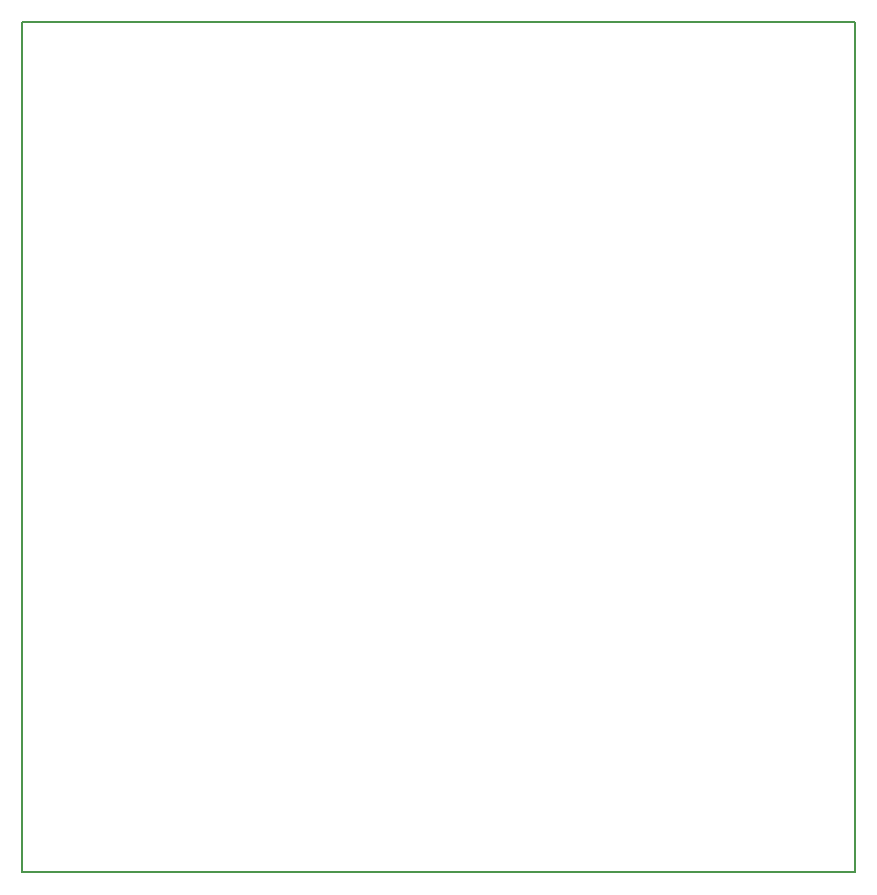
<source format=gbr>
G04 PROTEUS GERBER X2 FILE*
%TF.GenerationSoftware,Labcenter,Proteus,8.13-SP0-Build31525*%
%TF.CreationDate,2022-07-11T20:54:32+00:00*%
%TF.FileFunction,Paste,Bot*%
%TF.FilePolarity,Positive*%
%TF.Part,Single*%
%TF.SameCoordinates,{67e9d6b1-9973-4f3b-b57f-a68231676cbc}*%
%FSLAX45Y45*%
%MOMM*%
G01*
%TA.AperFunction,Profile*%
%ADD24C,0.203200*%
%TD.AperFunction*%
D24*
X+0Y+0D02*
X+7050000Y+0D01*
X+7050000Y+7200000D01*
X+0Y+7200000D01*
X+0Y+0D01*
M02*

</source>
